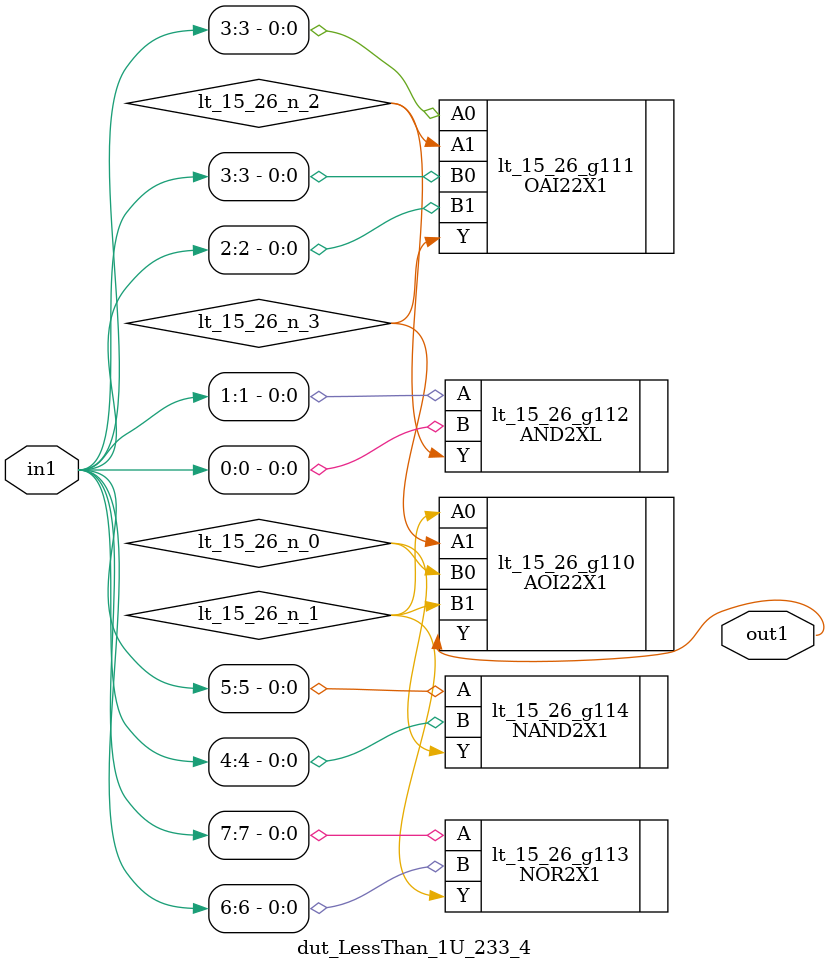
<source format=v>
`timescale 1ps / 1ps


module dut_LessThan_1U_233_4(in1, out1);
  input [7:0] in1;
  output out1;
  wire [7:0] in1;
  wire out1;
  wire lt_15_26_n_0, lt_15_26_n_1, lt_15_26_n_2, lt_15_26_n_3;
  AOI22X1 lt_15_26_g110(.A0 (lt_15_26_n_1), .A1 (lt_15_26_n_3), .B0
       (lt_15_26_n_0), .B1 (lt_15_26_n_1), .Y (out1));
  OAI22X1 lt_15_26_g111(.A0 (in1[3]), .A1 (lt_15_26_n_2), .B0 (in1[3]),
       .B1 (in1[2]), .Y (lt_15_26_n_3));
  AND2XL lt_15_26_g112(.A (in1[1]), .B (in1[0]), .Y (lt_15_26_n_2));
  NOR2X1 lt_15_26_g113(.A (in1[7]), .B (in1[6]), .Y (lt_15_26_n_1));
  NAND2X1 lt_15_26_g114(.A (in1[5]), .B (in1[4]), .Y (lt_15_26_n_0));
endmodule



</source>
